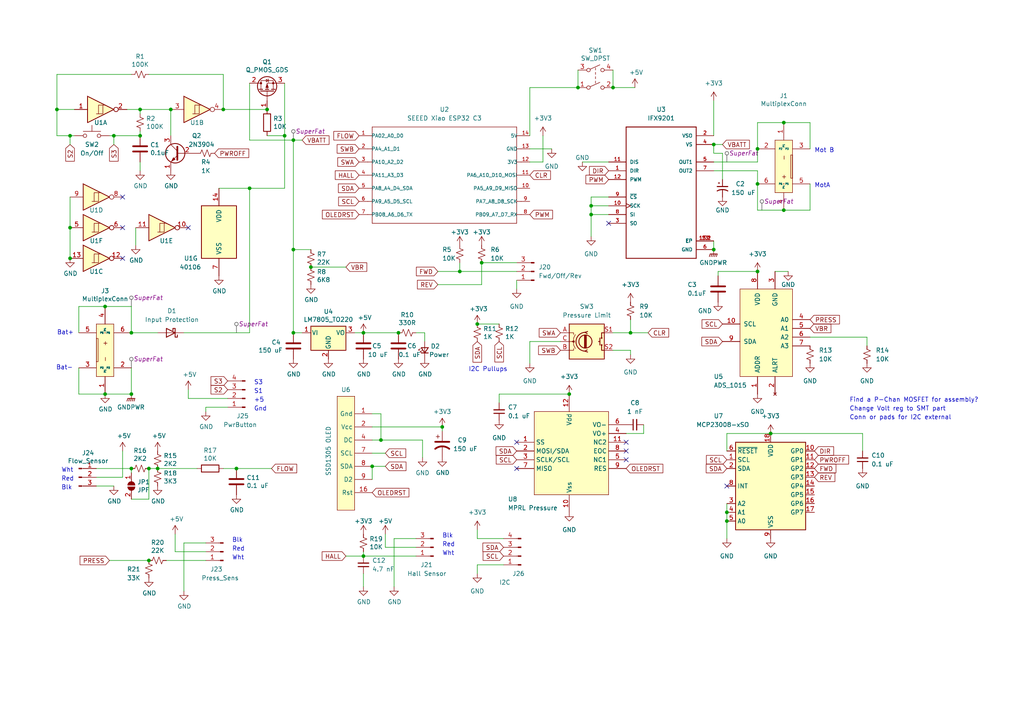
<source format=kicad_sch>
(kicad_sch (version 20230121) (generator eeschema)
  (paper "A4")
  (title_block (title "Medido Pump / Particle Argon") (date "2020-03-20") (rev "3.0") (company "DFM") (comment 3 "License: Open Source Hardware") (comment 4 "Author: D. McQueeney"))
  (junction (at 20.32 66.04))
  (junction (at 138.43 93.98))
  (junction (at 139.7 76.2))
  (junction (at 210.82 151.13))
  (junction (at 207.01 41.91))
  (junction (at 38.1 135.89))
  (junction (at 210.82 148.59))
  (junction (at 38.1 114.3))
  (junction (at 171.45 62.23))
  (junction (at 49.53 31.75))
  (junction (at 182.88 96.52))
  (junction (at 20.32 39.37))
  (junction (at 90.17 77.47))
  (junction (at 77.47 31.75))
  (junction (at 105.41 96.52))
  (junction (at 72.39 54.61))
  (junction (at 133.35 78.74))
  (junction (at 43.18 135.89))
  (junction (at 40.64 31.75))
  (junction (at 30.48 114.3))
  (junction (at 165.1 114.3))
  (junction (at 82.55 39.37))
  (junction (at 223.52 125.73))
  (junction (at 85.09 40.64))
  (junction (at 219.71 78.74))
  (junction (at 40.64 39.37))
  (junction (at 107.95 135.255))
  (junction (at 227.33 60.96))
  (junction (at 115.57 96.52))
  (junction (at 227.33 35.56))
  (junction (at 45.72 135.89))
  (junction (at 38.1 96.52))
  (junction (at 207.01 72.39))
  (junction (at 33.02 39.37))
  (junction (at 171.45 59.69))
  (junction (at 43.18 162.56))
  (junction (at 177.8 25.4))
  (junction (at 30.48 88.9))
  (junction (at 85.09 96.52))
  (junction (at 219.71 43.18))
  (junction (at 20.32 74.93))
  (junction (at 16.51 31.75))
  (junction (at 167.64 25.4))
  (junction (at 68.58 135.89))
  (junction (at 128.27 123.825))
  (junction (at 105.41 161.29))
  (junction (at 85.09 72.39))
  (junction (at 110.49 127.635))
  (junction (at 219.71 53.34))
  (junction (at 64.77 31.75))
  (no_connect (at 181.61 133.35))
  (no_connect (at 181.61 130.81))
  (no_connect (at 210.82 140.97))
  (no_connect (at 149.86 128.27))
  (no_connect (at 54.61 66.04))
  (no_connect (at 35.56 66.04))
  (no_connect (at 181.61 128.27))
  (no_connect (at 176.53 64.77))
  (no_connect (at 149.86 135.89))
  (no_connect (at 35.56 74.93))
  (no_connect (at 35.56 57.15))
  (wire (pts (xy 138.43 93.98) (xy 144.78 93.98)))
  (wire (pts (xy 234.95 35.56) (xy 227.33 35.56)))
  (wire (pts (xy 123.19 96.52) (xy 123.19 99.06)))
  (wire (pts (xy 177.8 25.4) (xy 184.15 25.4)))
  (wire (pts (xy 181.61 125.73) (xy 186.69 125.73)))
  (wire (pts (xy 144.78 114.3) (xy 144.78 116.84)))
  (wire (pts (xy 177.8 96.52) (xy 182.88 96.52)))
  (wire (pts (xy 227.33 35.56) (xy 219.71 35.56)))
  (wire (pts (xy 107.95 131.445) (xy 111.76 131.445)))
  (wire (pts (xy 102.87 96.52) (xy 105.41 96.52)))
  (wire (pts (xy 177.8 20.32) (xy 177.8 25.4)))
  (wire (pts (xy 120.65 156.21) (xy 114.3 156.21)))
  (wire (pts (xy 128.27 123.825) (xy 128.27 125.095)))
  (wire (pts (xy 85.09 96.52) (xy 87.63 96.52)))
  (wire (pts (xy 40.64 46.99) (xy 40.64 49.53)))
  (wire (pts (xy 171.45 62.23) (xy 176.53 62.23)))
  (wire (pts (xy 49.53 31.75) (xy 49.53 39.37)))
  (wire (pts (xy 107.95 123.825) (xy 128.27 123.825)))
  (wire (pts (xy 153.67 25.4) (xy 167.64 25.4)))
  (wire (pts (xy 64.77 31.75) (xy 77.47 31.75)))
  (wire (pts (xy 72.39 54.61) (xy 72.39 96.52)))
  (wire (pts (xy 22.86 88.9) (xy 30.48 88.9)))
  (wire (pts (xy 90.17 77.47) (xy 100.33 77.47)))
  (wire (pts (xy 153.67 25.4) (xy 153.67 39.37)))
  (wire (pts (xy 167.64 20.32) (xy 167.64 25.4)))
  (wire (pts (xy 210.82 151.13) (xy 210.82 156.21)))
  (wire (pts (xy 72.39 24.13) (xy 72.39 40.64)))
  (wire (pts (xy 22.86 106.68) (xy 22.86 114.3)))
  (wire (pts (xy 16.51 39.37) (xy 20.32 39.37)))
  (wire (pts (xy 120.65 158.75) (xy 111.76 158.75)))
  (wire (pts (xy 251.46 97.79) (xy 251.46 100.33)))
  (wire (pts (xy 59.69 162.56) (xy 48.26 162.56)))
  (wire (pts (xy 27.94 140.97) (xy 33.02 140.97)))
  (wire (pts (xy 100.33 161.29) (xy 105.41 161.29)))
  (wire (pts (xy 40.64 31.75) (xy 49.53 31.75)))
  (wire (pts (xy 20.32 66.04) (xy 20.32 74.93)))
  (wire (pts (xy 20.32 57.15) (xy 20.32 66.04)))
  (wire (pts (xy 54.61 113.03) (xy 54.61 115.57)))
  (wire (pts (xy 16.51 31.75) (xy 21.59 31.75)))
  (wire (pts (xy 33.02 39.37) (xy 40.64 39.37)))
  (wire (pts (xy 27.94 135.89) (xy 38.1 135.89)))
  (wire (pts (xy 63.5 54.61) (xy 72.39 54.61)))
  (wire (pts (xy 153.67 43.18) (xy 160.02 43.18)))
  (wire (pts (xy 207.01 29.21) (xy 207.01 39.37)))
  (wire (pts (xy 227.33 60.96) (xy 234.95 60.96)))
  (wire (pts (xy 82.55 24.13) (xy 82.55 39.37)))
  (wire (pts (xy 54.61 115.57) (xy 66.04 115.57)))
  (wire (pts (xy 45.72 135.89) (xy 57.15 135.89)))
  (wire (pts (xy 20.32 39.37) (xy 20.32 41.91)))
  (wire (pts (xy 16.51 31.75) (xy 16.51 39.37)))
  (wire (pts (xy 16.51 21.59) (xy 38.1 21.59)))
  (wire (pts (xy 66.04 118.11) (xy 59.69 118.11)))
  (wire (pts (xy 207.01 44.45) (xy 209.55 44.45)))
  (wire (pts (xy 50.8 160.02) (xy 50.8 154.94)))
  (wire (pts (xy 182.88 92.71) (xy 182.88 96.52)))
  (wire (pts (xy 219.71 43.18) (xy 219.71 46.99)))
  (wire (pts (xy 171.45 62.23) (xy 171.45 68.58)))
  (wire (pts (xy 110.49 127.635) (xy 122.555 127.635)))
  (wire (pts (xy 43.18 21.59) (xy 64.77 21.59)))
  (wire (pts (xy 107.95 120.015) (xy 110.49 120.015)))
  (wire (pts (xy 153.67 99.06) (xy 153.67 105.41)))
  (wire (pts (xy 64.77 135.89) (xy 68.58 135.89)))
  (wire (pts (xy 182.88 101.6) (xy 182.88 102.87)))
  (wire (pts (xy 38.1 144.78) (xy 43.18 144.78)))
  (wire (pts (xy 105.41 161.29) (xy 120.65 161.29)))
  (wire (pts (xy 210.82 146.05) (xy 210.82 148.59)))
  (wire (pts (xy 149.86 81.28) (xy 149.86 83.82)))
  (wire (pts (xy 223.52 125.73) (xy 250.19 125.73)))
  (wire (pts (xy 59.69 157.48) (xy 53.34 157.48)))
  (wire (pts (xy 138.43 166.37) (xy 138.43 163.83)))
  (wire (pts (xy 219.71 60.96) (xy 227.33 60.96)))
  (wire (pts (xy 30.48 88.9) (xy 38.1 88.9)))
  (wire (pts (xy 138.43 163.83) (xy 146.05 163.83)))
  (wire (pts (xy 219.71 53.34) (xy 219.71 60.96)))
  (wire (pts (xy 111.76 154.94) (xy 111.76 158.75)))
  (wire (pts (xy 110.49 127.635) (xy 107.95 127.635)))
  (wire (pts (xy 114.3 156.21) (xy 114.3 170.18)))
  (wire (pts (xy 31.75 162.56) (xy 43.18 162.56)))
  (wire (pts (xy 85.09 72.39) (xy 90.17 72.39)))
  (wire (pts (xy 16.51 21.59) (xy 16.51 31.75)))
  (wire (pts (xy 36.83 31.75) (xy 40.64 31.75)))
  (wire (pts (xy 122.555 127.635) (xy 122.555 132.715)))
  (wire (pts (xy 234.95 43.18) (xy 234.95 35.56)))
  (wire (pts (xy 139.7 76.2) (xy 149.86 76.2)))
  (wire (pts (xy 219.71 35.56) (xy 219.71 43.18)))
  (wire (pts (xy 59.69 160.02) (xy 50.8 160.02)))
  (wire (pts (xy 208.28 78.74) (xy 219.71 78.74)))
  (wire (pts (xy 22.86 96.52) (xy 22.86 88.9)))
  (wire (pts (xy 35.56 138.43) (xy 35.56 130.81)))
  (wire (pts (xy 250.19 125.73) (xy 250.19 130.81)))
  (wire (pts (xy 33.02 39.37) (xy 33.02 41.91)))
  (wire (pts (xy 182.88 96.52) (xy 187.96 96.52)))
  (wire (pts (xy 120.65 96.52) (xy 123.19 96.52)))
  (wire (pts (xy 171.45 57.15) (xy 171.45 59.69)))
  (wire (pts (xy 53.34 96.52) (xy 72.39 96.52)))
  (wire (pts (xy 39.37 66.04) (xy 39.37 71.12)))
  (wire (pts (xy 207.01 41.91) (xy 207.01 44.45)))
  (wire (pts (xy 219.71 49.53) (xy 219.71 53.34)))
  (wire (pts (xy 210.82 130.81) (xy 210.82 125.73)))
  (wire (pts (xy 157.48 39.37) (xy 157.48 46.99)))
  (wire (pts (xy 207.01 49.53) (xy 219.71 49.53)))
  (wire (pts (xy 207.01 46.99) (xy 219.71 46.99)))
  (wire (pts (xy 59.69 118.11) (xy 59.69 119.38)))
  (wire (pts (xy 77.47 39.37) (xy 82.55 39.37)))
  (wire (pts (xy 138.43 156.21) (xy 146.05 156.21)))
  (wire (pts (xy 162.56 99.06) (xy 153.67 99.06)))
  (wire (pts (xy 171.45 59.69) (xy 176.53 59.69)))
  (wire (pts (xy 27.94 138.43) (xy 35.56 138.43)))
  (wire (pts (xy 208.28 80.01) (xy 208.28 78.74)))
  (wire (pts (xy 38.1 114.3) (xy 38.1 106.68)))
  (wire (pts (xy 133.35 76.2) (xy 133.35 78.74)))
  (wire (pts (xy 85.09 40.64) (xy 87.63 40.64)))
  (wire (pts (xy 186.69 125.73) (xy 186.69 123.19)))
  (wire (pts (xy 20.32 39.37) (xy 21.59 39.37)))
  (wire (pts (xy 171.45 59.69) (xy 171.45 62.23)))
  (wire (pts (xy 127 78.74) (xy 133.35 78.74)))
  (wire (pts (xy 105.41 160.02) (xy 105.41 161.29)))
  (wire (pts (xy 43.18 144.78) (xy 43.18 135.89)))
  (wire (pts (xy 105.41 166.37) (xy 105.41 170.18)))
  (wire (pts (xy 64.77 21.59) (xy 64.77 31.75)))
  (wire (pts (xy 157.48 46.99) (xy 153.67 46.99)))
  (wire (pts (xy 85.09 72.39) (xy 85.09 96.52)))
  (wire (pts (xy 176.53 57.15) (xy 171.45 57.15)))
  (wire (pts (xy 68.58 135.89) (xy 78.74 135.89)))
  (wire (pts (xy 40.64 39.37) (xy 40.64 38.1)))
  (wire (pts (xy 165.1 114.3) (xy 144.78 114.3)))
  (wire (pts (xy 210.82 125.73) (xy 223.52 125.73)))
  (wire (pts (xy 43.18 135.89) (xy 45.72 135.89)))
  (wire (pts (xy 138.43 153.67) (xy 138.43 156.21)))
  (wire (pts (xy 85.09 40.64) (xy 85.09 72.39)))
  (wire (pts (xy 22.86 114.3) (xy 30.48 114.3)))
  (wire (pts (xy 224.79 78.74) (xy 228.6 78.74)))
  (wire (pts (xy 82.55 39.37) (xy 82.55 54.61)))
  (wire (pts (xy 38.1 88.9) (xy 38.1 96.52)))
  (wire (pts (xy 207.01 41.91) (xy 209.55 41.91)))
  (wire (pts (xy 127 82.55) (xy 139.7 82.55)))
  (wire (pts (xy 38.1 135.89) (xy 38.1 137.16)))
  (wire (pts (xy 30.48 114.3) (xy 38.1 114.3)))
  (wire (pts (xy 53.34 157.48) (xy 53.34 171.45)))
  (wire (pts (xy 110.49 120.015) (xy 110.49 127.635)))
  (wire (pts (xy 31.75 39.37) (xy 33.02 39.37)))
  (wire (pts (xy 139.7 82.55) (xy 139.7 76.2)))
  (wire (pts (xy 209.55 44.45) (xy 209.55 52.07)))
  (wire (pts (xy 72.39 40.64) (xy 85.09 40.64)))
  (wire (pts (xy 207.01 69.85) (xy 207.01 72.39)))
  (wire (pts (xy 38.1 96.52) (xy 45.72 96.52)))
  (wire (pts (xy 133.35 78.74) (xy 149.86 78.74)))
  (wire (pts (xy 107.95 135.255) (xy 107.95 139.065)))
  (wire (pts (xy 177.8 101.6) (xy 182.88 101.6)))
  (wire (pts (xy 210.82 148.59) (xy 210.82 151.13)))
  (wire (pts (xy 168.91 46.99) (xy 176.53 46.99)))
  (wire (pts (xy 234.95 97.79) (xy 251.46 97.79)))
  (wire (pts (xy 234.95 60.96) (xy 234.95 53.34)))
  (wire (pts (xy 105.41 96.52) (xy 115.57 96.52)))
  (wire (pts (xy 40.64 33.02) (xy 40.64 31.75)))
  (wire (pts (xy 107.95 135.255) (xy 111.76 135.255)))
  (wire (pts (xy 82.55 54.61) (xy 72.39 54.61)))
  (text "I2C Pullups" (at 135.89 107.95 0) (effects (font (size 1.27 1.27)) (justify left bottom)))
  (text "Bat+" (at 16.51 97.282 0) (effects (font (size 1.27 1.27)) (justify left bottom)))
  (text "Find a P-Chan MOSFET for assembly?" (at 246.38 116.84 0) (effects (font (size 1.27 1.27)) (justify left bottom)))
  (text "Change Volt reg to SMT part\n" (at 246.38 119.38 0) (effects (font (size 1.27 1.27)) (justify left bottom)))
  (text "Gnd" (at 73.66 119.38 0) (effects (font (size 1.27 1.27)) (justify left bottom)))
  (text "Red" (at 128.27 158.75 0) (effects (font (size 1.27 1.27)) (justify left bottom)))
  (text "MotA" (at 236.22 54.61 0) (effects (font (size 1.27 1.27)) (justify left bottom)))
  (text "Red" (at 17.78 139.7 0) (effects (font (size 1.27 1.27)) (justify left bottom)))
  (text "Conn or pads for I2C external" (at 246.38 121.92 0) (effects (font (size 1.27 1.27)) (justify left bottom)))
  (text "+5" (at 73.66 116.84 0) (effects (font (size 1.27 1.27)) (justify left bottom)))
  (text "Blk" (at 128.27 156.21 0) (effects (font (size 1.27 1.27)) (justify left bottom)))
  (text "S3" (at 73.66 111.76 0) (effects (font (size 1.27 1.27)) (justify left bottom)))
  (text "Wht" (at 67.31 162.56 0) (effects (font (size 1.27 1.27)) (justify left bottom)))
  (text "Wht" (at 128.27 161.29 0) (effects (font (size 1.27 1.27)) (justify left bottom)))
  (text "Red" (at 67.31 160.02 0) (effects (font (size 1.27 1.27)) (justify left bottom)))
  (text "Blk" (at 17.78 142.24 0) (effects (font (size 1.27 1.27)) (justify left bottom)))
  (text "Bat-" (at 16.256 107.442 0) (effects (font (size 1.27 1.27)) (justify left bottom)))
  (text "S1" (at 73.66 114.3 0) (effects (font (size 1.27 1.27)) (justify left bottom)))
  (text "Mot B" (at 236.22 44.45 0) (effects (font (size 1.27 1.27)) (justify left bottom)))
  (text "Wht" (at 17.78 137.16 0) (effects (font (size 1.27 1.27)) (justify left bottom)))
  (text "Blk" (at 67.31 157.48 0) (effects (font (size 1.27 1.27)) (justify left bottom)))
  (global_label "OLEDRST" (shape input) (at 181.61 135.89 0) (property "Intersheetrefs" "${INTERSHEET_REFS}" (effects hide)))
  (global_label "FWD" (shape input) (at 127 78.74 180) (property "Intersheetrefs" "${INTERSHEET_REFS}" (effects hide)))
  (global_label "SCL" (shape input) (at 146.05 161.29 180) (property "Intersheetrefs" "${INTERSHEET_REFS}" (effects hide)))
  (global_label "SDA" (shape input) (at 104.14 54.61 180) (property "Intersheetrefs" "${INTERSHEET_REFS}" (effects hide)))
  (global_label "SCL" (shape input) (at 104.14 58.42 180) (property "Intersheetrefs" "${INTERSHEET_REFS}" (effects hide)))
  (global_label "VBATT" (shape input) (at 209.55 41.91 0) (property "Intersheetrefs" "${INTERSHEET_REFS}" (effects hide)))
  (global_label "CLR" (shape input) (at 187.96 96.52 0) (property "Intersheetrefs" "${INTERSHEET_REFS}" (effects hide)))
  (global_label "HALL" (shape input) (at 100.33 161.29 180) (property "Intersheetrefs" "${INTERSHEET_REFS}" (effects hide)))
  (global_label "PWM" (shape input) (at 176.53 52.07 180) (property "Intersheetrefs" "${INTERSHEET_REFS}" (effects hide)))
  (global_label "REV" (shape input) (at 236.22 138.43 0) (property "Intersheetrefs" "${INTERSHEET_REFS}" (effects hide)))
  (global_label "REV" (shape input) (at 127 82.55 180) (property "Intersheetrefs" "${INTERSHEET_REFS}" (effects hide)))
  (global_label "VBR" (shape input) (at 234.95 95.25 0) (property "Intersheetrefs" "${INTERSHEET_REFS}" (effects hide)))
  (global_label "SDA" (shape input) (at 209.55 99.06 180) (property "Intersheetrefs" "${INTERSHEET_REFS}" (effects hide)))
  (global_label "SCL" (shape input) (at 111.76 131.445 0) (property "Intersheetrefs" "${INTERSHEET_REFS}" (effects hide)))
  (global_label "PRESS" (shape input) (at 31.75 162.56 180) (property "Intersheetrefs" "${INTERSHEET_REFS}" (effects hide)))
  (global_label "HALL" (shape input) (at 104.14 50.8 180) (property "Intersheetrefs" "${INTERSHEET_REFS}" (effects hide)))
  (global_label "PWROFF" (shape input) (at 62.23 44.45 0) (property "Intersheetrefs" "${INTERSHEET_REFS}" (effects hide)))
  (global_label "SWB" (shape input) (at 104.14 43.18 180) (property "Intersheetrefs" "${INTERSHEET_REFS}" (effects hide)))
  (global_label "SDA" (shape input) (at 210.82 135.89 180) (property "Intersheetrefs" "${INTERSHEET_REFS}" (effects hide)))
  (global_label "OLEDRST" (shape input) (at 107.95 142.875 0) (property "Intersheetrefs" "${INTERSHEET_REFS}" (effects hide)))
  (global_label "S2" (shape input) (at 20.32 41.91 270) (property "Intersheetrefs" "${INTERSHEET_REFS}" (effects hide)))
  (global_label "PWROFF" (shape input) (at 236.22 133.35 0) (property "Intersheetrefs" "${INTERSHEET_REFS}" (effects hide)))
  (global_label "SCL" (shape input) (at 149.86 133.35 180) (property "Intersheetrefs" "${INTERSHEET_REFS}" (effects hide)))
  (global_label "OLEDRST" (shape input) (at 104.14 62.23 180) (property "Intersheetrefs" "${INTERSHEET_REFS}" (effects hide)))
  (global_label "DIR" (shape input) (at 176.53 49.53 180) (property "Intersheetrefs" "${INTERSHEET_REFS}" (effects hide)))
  (global_label "SCL" (shape input) (at 210.82 133.35 180) (property "Intersheetrefs" "${INTERSHEET_REFS}" (effects hide)))
  (global_label "SCL" (shape input) (at 144.78 99.06 270) (property "Intersheetrefs" "${INTERSHEET_REFS}" (effects hide)))
  (global_label "SWA" (shape input) (at 162.56 96.52 180) (property "Intersheetrefs" "${INTERSHEET_REFS}" (effects hide)))
  (global_label "SDA" (shape input) (at 146.05 158.75 180) (property "Intersheetrefs" "${INTERSHEET_REFS}" (effects hide)))
  (global_label "PRESS" (shape input) (at 234.95 92.71 0) (property "Intersheetrefs" "${INTERSHEET_REFS}" (effects hide)))
  (global_label "VBR" (shape input) (at 100.33 77.47 0) (property "Intersheetrefs" "${INTERSHEET_REFS}" (effects hide)))
  (global_label "SDA" (shape input) (at 149.86 130.81 180) (property "Intersheetrefs" "${INTERSHEET_REFS}" (effects hide)))
  (global_label "PWM" (shape input) (at 153.67 62.23 0) (property "Intersheetrefs" "${INTERSHEET_REFS}" (effects hide)))
  (global_label "S2" (shape input) (at 66.04 113.03 180) (property "Intersheetrefs" "${INTERSHEET_REFS}" (effects hide)))
  (global_label "SWA" (shape input) (at 104.14 46.99 180) (property "Intersheetrefs" "${INTERSHEET_REFS}" (effects hide)))
  (global_label "DIR" (shape input) (at 236.22 130.81 0) (property "Intersheetrefs" "${INTERSHEET_REFS}" (effects hide)))
  (global_label "VBATT" (shape input) (at 87.63 40.64 0) (property "Intersheetrefs" "${INTERSHEET_REFS}" (effects hide)))
  (global_label "SDA" (shape input) (at 111.76 135.255 0) (property "Intersheetrefs" "${INTERSHEET_REFS}" (effects hide)))
  (global_label "S3" (shape input) (at 33.02 41.91 270) (property "Intersheetrefs" "${INTERSHEET_REFS}" (effects hide)))
  (global_label "FLOW" (shape input) (at 78.74 135.89 0) (property "Intersheetrefs" "${INTERSHEET_REFS}" (effects hide)))
  (global_label "SCL" (shape input) (at 209.55 93.98 180) (property "Intersheetrefs" "${INTERSHEET_REFS}" (effects hide)))
  (global_label "S3" (shape input) (at 66.04 110.49 180) (property "Intersheetrefs" "${INTERSHEET_REFS}" (effects hide)))
  (global_label "SDA" (shape input) (at 138.43 99.06 270) (property "Intersheetrefs" "${INTERSHEET_REFS}" (effects hide)))
  (global_label "FLOW" (shape input) (at 104.14 39.37 180) (property "Intersheetrefs" "${INTERSHEET_REFS}" (effects hide)))
  (global_label "CLR" (shape input) (at 153.67 50.8 0) (property "Intersheetrefs" "${INTERSHEET_REFS}" (effects hide)))
  (global_label "SWB" (shape input) (at 162.56 101.6 180) (property "Intersheetrefs" "${INTERSHEET_REFS}" (effects hide)))
  (global_label "FWD" (shape input) (at 236.22 135.89 0) (property "Intersheetrefs" "${INTERSHEET_REFS}" (effects hide)))
  (netclass_flag "" (length 2.54) (shape round) (at 220.98 60.96 0) (property "Netclass" "SuperFat" (at 221.5896 58.42 0) (effects (font italic) (justify left))))
  (netclass_flag "" (length 2.54) (shape round) (at 38.1 106.68 0) (property "Netclass" "SuperFat" (at 38.7096 104.14 0) (effects (font italic) (justify left))))
  (netclass_flag "" (length 2.54) (shape round) (at 85.09 40.64 0) (property "Netclass" "SuperFat" (at 85.6996 38.1 0) (effects (font italic) (justify left))))
  (netclass_flag "" (length 2.54) (shape round) (at 38.1 88.9 0) (property "Netclass" "SuperFat" (at 38.7096 86.36 0) (effects (font italic) (justify left))))
  (netclass_flag "" (length 2.54) (shape round) (at 68.58 96.52 0) (property "Netclass" "SuperFat" (at 69.1896 93.98 0) (effects (font italic) (justify left))))
  (netclass_flag "" (length 2.54) (shape round) (at 210.82 46.99 0) (property "Netclass" "SuperFat" (at 211.4296 44.45 0) (effects (font italic) (justify left))))
  (symbol (lib_id "Regulator_Linear:LM7805_TO220") (at 95.25 96.52 0) (unit 1)
    (property "Reference" "U4" (at 95.25 90.3732 0))
    (property "Value" "LM7805_TO220" (at 95.25 92.6846 0))
    (property "Footprint" "Package_TO_SOT_THT:TO-220-3_Vertical" (effects hide))
    (property "Datasheet" "https://www.onsemi.cn/PowerSolutions/document/MC7800-D.PDF" (effects hide))
  )
  (symbol (lib_id "MedidoPump-rescue:Conn_01x03_Male-Connector") (at 22.86 138.43 0) (unit 1)
    (property "Reference" "J24" (at 25.5524 131.3688 0))
    (property "Value" "Flow_Sensor" (at 25.5524 133.6802 0))
    (property "Footprint" "Connector_PinHeader_2.54mm:PinHeader_1x03_P2.54mm_Vertical" (effects hide))
  )
  (symbol (lib_id "MedidoPump-rescue:Conn_01x03_Male-Connector") (at 64.77 160.02 180) (unit 1)
    (property "Reference" "J23" (at 60.96 165.1 0) (effects (justify right)))
    (property "Value" "Press_Sens" (at 58.42 167.64 0) (effects (justify right)))
    (property "Footprint" "Connector_PinHeader_2.54mm:PinHeader_1x03_P2.54mm_Vertical" (effects hide))
  )
  (symbol (lib_id "power:GND") (at 95.25 104.14 0) (unit 1)
    (property "Reference" "#PWR026" (effects hide))
    (property "Value" "GND" (at 95.377 108.5342 0))
  )
  (symbol (lib_id "power:GND") (at 30.48 114.3 0) (unit 1)
    (property "Reference" "#PWR034" (effects hide))
    (property "Value" "GND" (at 30.607 118.6942 0))
  )
  (symbol (lib_id "Device:R_Small_US") (at 90.17 74.93 0) (unit 1)
    (property "Reference" "R7" (at 91.8972 73.7616 0) (effects (justify left)))
    (property "Value" "22K" (at 91.8972 76.073 0) (effects (justify left)))
    (property "Footprint" "Resistor_SMD:R_0805_2012Metric" (effects hide))
  )
  (symbol (lib_id "Device:R_Small_US") (at 90.17 80.01 0) (unit 1)
    (property "Reference" "R8" (at 91.8972 78.8416 0) (effects (justify left)))
    (property "Value" "6K8" (at 91.8972 81.153 0) (effects (justify left)))
    (property "Footprint" "Resistor_SMD:R_0805_2012Metric" (effects hide))
  )
  (symbol (lib_id "power:GND") (at 90.17 82.55 0) (unit 1)
    (property "Reference" "#PWR018" (effects hide))
    (property "Value" "GND" (at 90.297 86.9442 0))
  )
  (symbol (lib_id "Device:C") (at 85.09 100.33 0) (unit 1)
    (property "Reference" "C4" (at 78.74 99.2886 0) (effects (justify left)))
    (property "Value" "150 uF" (at 74.93 101.6 0) (effects (justify left)))
    (property "Footprint" "Capacitor_SMD:C_Elec_10x10.2" (effects hide))
  )
  (symbol (lib_id "Device:C") (at 105.41 100.33 0) (unit 1)
    (property "Reference" "C5" (at 107.95 100.33 0) (effects (justify left)))
    (property "Value" "10 uF" (at 106.68 102.87 0) (effects (justify left)))
    (property "Footprint" "Capacitor_SMD:C_Elec_10x10.2" (effects hide))
  )
  (symbol (lib_id "power:GND") (at 85.09 104.14 0) (unit 1)
    (property "Reference" "#PWR025" (effects hide))
    (property "Value" "GND" (at 85.217 108.5342 0))
  )
  (symbol (lib_id "power:GND") (at 105.41 104.14 0) (unit 1)
    (property "Reference" "#PWR027" (effects hide))
    (property "Value" "GND" (at 105.537 108.5342 0))
  )
  (symbol (lib_id "power:GND") (at 33.02 140.97 0) (unit 1)
    (property "Reference" "#PWR047" (effects hide))
    (property "Value" "GND" (at 33.147 145.3642 0))
  )
  (symbol (lib_id "Device:R_Small_US") (at 40.64 135.89 270) (unit 1)
    (property "Reference" "R16" (at 40.64 130.683 90))
    (property "Value" "2K2" (at 40.64 132.9944 90))
    (property "Footprint" "Resistor_SMD:R_0805_2012Metric" (effects hide))
  )
  (symbol (lib_id "Device:R_Small_US") (at 45.72 138.43 0) (unit 1)
    (property "Reference" "R18" (at 47.4472 137.2616 0) (effects (justify left)))
    (property "Value" "3K3" (at 47.4472 139.573 0) (effects (justify left)))
    (property "Footprint" "Resistor_SMD:R_0805_2012Metric" (effects hide))
  )
  (symbol (lib_id "power:GND") (at 45.72 140.97 0) (unit 1)
    (property "Reference" "#PWR048" (effects hide))
    (property "Value" "GND" (at 45.847 145.3642 0))
  )
  (symbol (lib_id "Device:R_Small_US") (at 45.72 133.35 0) (unit 1)
    (property "Reference" "R15" (at 47.4472 132.1816 0) (effects (justify left)))
    (property "Value" "2K2" (at 47.4472 134.493 0) (effects (justify left)))
    (property "Footprint" "Resistor_SMD:R_0805_2012Metric" (effects hide))
  )
  (symbol (lib_id "power:+5V") (at 45.72 130.81 0) (unit 1)
    (property "Reference" "#PWR043" (effects hide))
    (property "Value" "+5V" (at 46.101 126.4158 0))
  )
  (symbol (lib_id "power:+5V") (at 35.56 130.81 0) (unit 1)
    (property "Reference" "#PWR042" (effects hide))
    (property "Value" "+5V" (at 35.941 126.4158 0))
  )
  (symbol (lib_id "power:+5V") (at 50.8 154.94 0) (unit 1)
    (property "Reference" "#PWR052" (effects hide))
    (property "Value" "+5V" (at 51.181 150.5458 0))
  )
  (symbol (lib_id "power:GND") (at 53.34 171.45 0) (unit 1)
    (property "Reference" "#PWR061" (effects hide))
    (property "Value" "GND" (at 53.467 175.8442 0))
  )
  (symbol (lib_id "Device:R_Small_US") (at 45.72 162.56 270) (unit 1)
    (property "Reference" "R20" (at 45.72 157.353 90))
    (property "Value" "22K" (at 45.72 159.6644 90))
    (property "Footprint" "Resistor_SMD:R_0805_2012Metric" (effects hide))
  )
  (symbol (lib_id "Device:R_Small_US") (at 43.18 165.1 0) (unit 1)
    (property "Reference" "R21" (at 36.83 165.1 0) (effects (justify left)))
    (property "Value" "33K" (at 36.83 167.64 0) (effects (justify left)))
    (property "Footprint" "Resistor_SMD:R_0805_2012Metric" (effects hide))
  )
  (symbol (lib_id "power:GND") (at 43.18 167.64 0) (unit 1)
    (property "Reference" "#PWR058" (effects hide))
    (property "Value" "GND" (at 43.307 172.0342 0))
  )
  (symbol (lib_id "power:GND") (at 128.27 132.715 0) (unit 1)
    (property "Reference" "#PWR045" (effects hide))
    (property "Value" "GND" (at 128.397 137.1092 0))
  )
  (symbol (lib_id "MedidoPump-rescue:CP1-Device") (at 128.27 128.905 0) (unit 1)
    (property "Reference" "C9" (at 132.715 127.635 0) (effects (justify left)))
    (property "Value" "150 uF" (at 131.445 130.175 0) (effects (justify left)))
    (property "Footprint" "Capacitor_SMD:C_Elec_10x10.2" (effects hide))
  )
  (symbol (lib_id "power:+5V") (at 105.41 96.52 0) (unit 1)
    (property "Reference" "#PWR023" (effects hide))
    (property "Value" "+5V" (at 105.791 92.1258 0))
  )
  (symbol (lib_id "medido:MultiplexConn") (at 227.33 48.26 90) (unit 1)
    (property "Reference" "J1" (at 227.33 27.7876 90))
    (property "Value" "MultiplexConn" (at 227.33 30.099 90))
    (property "Footprint" "MedidoFootprints:MultiplexConn" (effects hide))
  )
  (symbol (lib_id "medido:MultiplexConn") (at 30.48 101.6 270) (unit 1)
    (property "Reference" "J3" (at 30.48 84.3788 90))
    (property "Value" "MultiplexConn" (at 30.48 86.6902 90))
    (property "Footprint" "MedidoFootprints:MultiplexConn" (effects hide))
  )
  (symbol (lib_id "MedidoPump-rescue:Conn_01x04_Male-Connector") (at 71.12 115.57 180) (unit 1)
    (property "Reference" "J25" (at 68.58 120.65 0) (effects (justify right)))
    (property "Value" "PwrButton" (at 64.77 123.19 0) (effects (justify right)))
    (property "Footprint" "Connector_PinHeader_2.54mm:PinHeader_1x04_P2.54mm_Vertical" (effects hide))
  )
  (symbol (lib_id "power:GND") (at 59.69 119.38 0) (unit 1)
    (property "Reference" "#PWR038" (effects hide))
    (property "Value" "GND" (at 59.817 123.7742 0))
  )
  (symbol (lib_id "power:+5V") (at 54.61 113.03 0) (unit 1)
    (property "Reference" "#PWR033" (effects hide))
    (property "Value" "+5V" (at 54.991 108.6358 0))
  )
  (symbol (lib_id "Switch:SW_DPST") (at 172.72 22.86 0) (unit 1)
    (property "Reference" "SW1" (at 172.72 14.605 0))
    (property "Value" "SW_DPST" (at 172.72 16.9164 0))
    (property "Footprint" "MedidoFootprints:SmallSlider" (effects hide))
  )
  (symbol (lib_id "Device:C") (at 115.57 100.33 0) (unit 1)
    (property "Reference" "C6" (at 118.11 100.33 0) (effects (justify left)))
    (property "Value" "0.1 uF" (at 115.57 102.87 0) (effects (justify left)))
    (property "Footprint" "Capacitor_SMD:C_0402_1005Metric" (effects hide))
  )
  (symbol (lib_id "power:GND") (at 115.57 104.14 0) (unit 1)
    (property "Reference" "#PWR028" (effects hide))
    (property "Value" "GND" (at 115.697 108.5342 0))
  )
  (symbol (lib_id "Device:R_Small_US") (at 40.64 35.56 0) (unit 1)
    (property "Reference" "R2" (at 42.3672 34.3916 0) (effects (justify left)))
    (property "Value" "100K" (at 42.3672 36.703 0) (effects (justify left)))
    (property "Footprint" "Resistor_SMD:R_0805_2012Metric" (effects hide))
  )
  (symbol (lib_id "Device:C") (at 40.64 43.18 0) (unit 1)
    (property "Reference" "C1" (at 43.561 42.0116 0) (effects (justify left)))
    (property "Value" "0.1uF" (at 43.561 44.323 0) (effects (justify left)))
    (property "Footprint" "Capacitor_SMD:C_0805_2012Metric" (effects hide))
  )
  (symbol (lib_id "power:GND") (at 40.64 49.53 0) (unit 1)
    (property "Reference" "#PWR06" (effects hide))
    (property "Value" "GND" (at 40.767 53.9242 0))
  )
  (symbol (lib_id "Jumper:SolderJumper_2_Open") (at 38.1 140.97 270) (unit 1)
    (property "Reference" "JP1" (at 39.8272 139.8016 90) (effects (justify left)))
    (property "Value" "JPF" (at 39.8272 142.113 90) (effects (justify left)))
    (property "Footprint" "Jumper:SolderJumper-2_P1.3mm_Open_RoundedPad1.0x1.5mm" (effects hide))
  )
  (symbol (lib_id "power:GND") (at 20.32 74.93 0) (unit 1)
    (property "Reference" "#PWR014" (effects hide))
    (property "Value" "GND" (at 20.447 79.3242 0))
  )
  (symbol (lib_id "power:GND") (at 39.37 71.12 0) (unit 1)
    (property "Reference" "#PWR010" (effects hide))
    (property "Value" "GND" (at 39.497 75.5142 0))
  )
  (symbol (lib_id "Device:R_Small_US") (at 40.64 21.59 270) (unit 1)
    (property "Reference" "R1" (at 40.64 16.383 90))
    (property "Value" "100K" (at 40.64 18.6944 90))
    (property "Footprint" "Resistor_SMD:R_0805_2012Metric" (effects hide))
  )
  (symbol (lib_id "Switch:SW_Push") (at 26.67 39.37 0) (unit 1)
    (property "Reference" "SW2" (at 26.67 41.91 0))
    (property "Value" "On/Off" (at 26.67 44.45 0))
    (property "Footprint" "Button_Switch_THT:SW_PUSH_6mm" (effects hide))
  )
  (symbol (lib_id "Device:Q_NPN_EBC") (at 52.07 44.45 0) (mirror y) (unit 1)
    (property "Reference" "Q2" (at 58.42 39.37 0) (effects (justify left)))
    (property "Value" "2N3904" (at 62.23 41.91 0) (effects (justify left)))
    (property "Footprint" "Package_TO_SOT_THT:TO-126-3_Vertical" (effects hide))
  )
  (symbol (lib_id "power:GND") (at 49.53 49.53 0) (unit 1)
    (property "Reference" "#PWR07" (effects hide))
    (property "Value" "GND" (at 49.657 53.9242 0))
  )
  (symbol (lib_id "Device:R_Small_US") (at 59.69 44.45 90) (unit 1)
    (property "Reference" "R4" (at 59.69 46.99 90))
    (property "Value" "1K" (at 59.69 49.53 90))
    (property "Footprint" "Resistor_SMD:R_0805_2012Metric" (effects hide))
  )
  (symbol (lib_id "Device:Q_PMOS_GDS") (at 77.47 26.67 90) (unit 1)
    (property "Reference" "Q1" (at 77.47 17.9578 90))
    (property "Value" "Q_PMOS_GDS" (at 77.47 20.2692 90))
    (property "Footprint" "Package_TO_SOT_THT:TO-220-3_Vertical" (effects hide))
  )
  (symbol (lib_id "power:+5V") (at 184.15 25.4 0) (unit 1)
    (property "Reference" "#PWR01" (effects hide))
    (property "Value" "+5V" (at 184.531 21.0058 0))
  )
  (symbol (lib_id "power:GND") (at 63.5 80.01 0) (unit 1)
    (property "Reference" "#PWR017" (effects hide))
    (property "Value" "GND" (at 63.627 84.4042 0))
  )
  (symbol (lib_id "Device:LED_Small") (at 123.19 101.6 90) (unit 1)
    (property "Reference" "D2" (at 124.9172 100.4316 90) (effects (justify right)))
    (property "Value" "Power" (at 124.46 102.87 90) (effects (justify right)))
    (property "Footprint" "LED_SMD:LED_0805_2012Metric" (effects hide))
  )
  (symbol (lib_id "Device:R_Small_US") (at 118.11 96.52 270) (unit 1)
    (property "Reference" "R10" (at 118.11 91.313 90))
    (property "Value" "330R" (at 118.11 93.6244 90))
    (property "Footprint" "Resistor_SMD:R_0805_2012Metric" (effects hide))
  )
  (symbol (lib_id "power:GND") (at 123.19 104.14 0) (unit 1)
    (property "Reference" "#PWR029" (effects hide))
    (property "Value" "GND" (at 123.317 108.5342 0))
  )
  (symbol (lib_id "Device:R_Small_US") (at 138.43 96.52 0) (unit 1)
    (property "Reference" "R11" (at 140.1572 95.3516 0) (effects (justify left)))
    (property "Value" "1K" (at 140.1572 97.663 0) (effects (justify left)))
    (property "Footprint" "Resistor_SMD:R_0805_2012Metric" (effects hide))
  )
  (symbol (lib_id "Device:R_Small_US") (at 144.78 96.52 0) (unit 1)
    (property "Reference" "R12" (at 146.5072 95.3516 0) (effects (justify left)))
    (property "Value" "1K" (at 146.5072 97.663 0) (effects (justify left)))
    (property "Footprint" "Resistor_SMD:R_0805_2012Metric" (effects hide))
  )
  (symbol (lib_id "power:+3V3") (at 138.43 93.98 0) (unit 1)
    (property "Reference" "#PWR022" (effects hide))
    (property "Value" "+3V3" (at 138.811 89.5858 0))
  )
  (symbol (lib_id "Device:R") (at 60.96 135.89 270) (unit 1)
    (property "Reference" "R17" (at 60.96 130.6322 90))
    (property "Value" "10K" (at 60.96 132.9436 90))
    (property "Footprint" "Resistor_SMD:R_0805_2012Metric" (effects hide))
  )
  (symbol (lib_id "Device:C") (at 68.58 139.7 0) (unit 1)
    (property "Reference" "C11" (at 71.501 138.5316 0) (effects (justify left)))
    (property "Value" "0.1 uF" (at 71.501 140.843 0) (effects (justify left)))
    (property "Footprint" "Capacitor_SMD:C_0402_1005Metric" (effects hide))
  )
  (symbol (lib_id "Device:R") (at 77.47 35.56 0) (unit 1)
    (property "Reference" "R3" (at 79.248 34.3916 0) (effects (justify left)))
    (property "Value" "10K" (at 79.248 36.703 0) (effects (justify left)))
    (property "Footprint" "Resistor_SMD:R_0805_2012Metric" (effects hide))
  )
  (symbol (lib_id "power:GND") (at 68.58 143.51 0) (unit 1)
    (property "Reference" "#PWR049" (effects hide))
    (property "Value" "GND" (at 68.707 147.9042 0))
  )
  (symbol (lib_id "power:GND") (at 138.43 166.37 0) (unit 1)
    (property "Reference" "#PWR057" (effects hide))
    (property "Value" "GND" (at 138.43 171.45 0))
  )
  (symbol (lib_id "4xxx:40106") (at 57.15 31.75 0) (unit 2)
    (property "Reference" "U1" (at 57.15 35.56 0))
    (property "Value" "40106" (effects hide))
    (property "Footprint" "Package_SO:SOIC-14_3.9x8.7mm_P1.27mm" (effects hide))
    (property "Datasheet" "https://assets.nexperia.com/documents/data-sheet/HEF40106B.pdf" (effects hide))
    (property "LCSC" "C38184" (effects hide))
  )
  (symbol (lib_id "4xxx:40106") (at 27.94 66.04 0) (unit 3)
    (property "Reference" "U1" (at 27.94 78.74 0))
    (property "Value" "40106" (effects hide))
    (property "Footprint" "Package_SO:SOIC-14_3.9x8.7mm_P1.27mm" (effects hide))
    (property "Datasheet" "https://assets.nexperia.com/documents/data-sheet/HEF40106B.pdf" (effects hide))
    (property "LCSC" "C38184" (effects hide))
  )
  (symbol (lib_id "power:+3V3") (at 133.35 71.12 0) (unit 1)
    (property "Reference" "#PWR011" (effects hide))
    (property "Value" "+3V3" (at 133.35 67.31 0))
  )
  (symbol (lib_id "power:GNDPWR") (at 38.1 114.3 0) (unit 1)
    (property "Reference" "#PWR035" (effects hide))
    (property "Value" "GNDPWR" (at 37.973 118.11 0))
  )
  (symbol (lib_id "power:+3V3") (at 105.41 154.94 0) (unit 1)
    (property "Reference" "#PWR053" (effects hide))
    (property "Value" "+3V3" (at 105.41 151.13 0))
  )
  (symbol (lib_id "power:GND") (at 234.95 105.41 0) (unit 1)
    (property "Reference" "#PWR031" (effects hide))
    (property "Value" "GND" (at 234.95 110.49 0))
  )
  (symbol (lib_id "medido:ADS_1015") (at 222.25 96.52 0) (unit 1)
    (property "Reference" "U5" (at 207.01 109.22 0) (effects (justify left)))
    (property "Value" "ADS_1015" (at 207.01 111.76 0) (effects (justify left)))
    (property "Footprint" "Package_SO:VSSOP-10_3x3mm_P0.5mm" (effects hide))
    (property "LCSC" "C701606" (effects hide))
  )
  (symbol (lib_id "power:GND") (at 144.78 121.92 0) (unit 1)
    (property "Reference" "#PWR039" (effects hide))
    (property "Value" "GND" (at 144.78 127 0))
  )
  (symbol (lib_id "Device:R_Small_US") (at 133.35 73.66 0) (unit 1)
    (property "Reference" "R5" (at 128.27 72.39 0) (effects (justify left)))
    (property "Value" "10K" (at 128.27 74.93 0) (effects (justify left)))
    (property "Footprint" "Resistor_SMD:R_0805_2012Metric" (effects hide))
  )
  (symbol (lib_id "power:GND") (at 250.19 135.89 0) (unit 1)
    (property "Reference" "#PWR046" (effects hide))
    (property "Value" "GND" (at 250.19 140.97 0))
  )
  (symbol (lib_id "power:GND") (at 171.45 68.58 0) (unit 1)
    (property "Reference" "#PWR09" (effects hide))
    (property "Value" "GND" (at 171.45 73.66 0))
  )
  (symbol (lib_id "power:GND") (at 251.46 105.41 0) (unit 1)
    (property "Reference" "#PWR032" (effects hide))
    (property "Value" "GND" (at 251.46 110.49 0))
  )
  (symbol (lib_id "power:GND") (at 208.28 87.63 0) (unit 1)
    (property "Reference" "#PWR021" (effects hide))
    (property "Value" "GND" (at 204.47 90.17 0))
  )
  (symbol (lib_id "power:GND") (at 209.55 57.15 0) (unit 1)
    (property "Reference" "#PWR08" (effects hide))
    (property "Value" "GND" (at 209.55 60.96 0))
  )
  (symbol (lib_id "power:+3V3") (at 157.48 39.37 0) (unit 1)
    (property "Reference" "#PWR03" (effects hide))
    (property "Value" "+3V3" (at 157.48 34.29 0))
  )
  (symbol (lib_id "power:GND") (at 223.52 156.21 0) (unit 1)
    (property "Reference" "#PWR056" (effects hide))
    (property "Value" "GND" (at 223.52 161.29 0))
  )
  (symbol (lib_id "medido:HoneywellMPRL") (at 162.56 144.78 0) (unit 1)
    (property "Reference" "U8" (at 147.32 144.78 0) (effects (justify left)))
    (property "Value" "MPRL Pressure" (at 147.32 147.32 0) (effects (justify left)))
    (property "Footprint" "MedidoFootprints:HoneywellMPRL" (effects hide))
  )
  (symbol (lib_id "Device:R_Small_US") (at 251.46 102.87 0) (unit 1)
    (property "Reference" "R14" (at 254 101.6 0) (effects (justify left)))
    (property "Value" "10K" (at 254 104.14 0) (effects (justify left)))
    (property "Footprint" "Resistor_SMD:R_0805_2012Metric" (effects hide))
  )
  (symbol (lib_id "Device:R_Small_US") (at 139.7 73.66 0) (unit 1)
    (property "Reference" "R6" (at 142.24 72.39 0) (effects (justify left)))
    (property "Value" "10K" (at 142.24 74.93 0) (effects (justify left)))
    (property "Footprint" "Resistor_SMD:R_0805_2012Metric" (effects hide))
  )
  (symbol (lib_id "power:GND") (at 149.86 83.82 0) (unit 1)
    (property "Reference" "#PWR019" (effects hide))
    (property "Value" "GND" (at 149.86 88.9 0))
  )
  (symbol (lib_id "power:+3V3") (at 138.43 153.67 0) (unit 1)
    (property "Reference" "#PWR051" (effects hide))
    (property "Value" "+3V3" (at 138.43 148.59 0))
  )
  (symbol (lib_id "power:GND") (at 153.67 105.41 0) (unit 1)
    (property "Reference" "#PWR030" (effects hide))
    (property "Value" "GND" (at 153.67 110.49 0))
  )
  (symbol (lib_id "4xxx:40106") (at 63.5 67.31 0) (unit 7)
    (property "Reference" "U1" (at 53.34 74.93 0) (effects (justify left)))
    (property "Value" "40106" (at 52.07 77.47 0) (effects (justify left)))
    (property "Footprint" "Package_SO:SOIC-14_3.9x8.7mm_P1.27mm" (effects hide))
    (property "Datasheet" "https://assets.nexperia.com/documents/data-sheet/HEF40106B.pdf" (effects hide))
    (property "LCSC" "C38184" (effects hide))
  )
  (symbol (lib_id "NewMC-rescue:IFX9201SGAUMA1-medido2") (at 191.77 57.15 0) (unit 1)
    (property "Reference" "U3" (at 191.77 31.75 0))
    (property "Value" "IFX9201" (at 191.77 34.29 0))
    (property "Footprint" "MedidoFootprints:CONV_IFX9201SGAUMA1" (effects hide))
    (property "Datasheet" "Manufacturer Recommendations" (effects hide))
    (property "Field4" "1.1" (effects hide))
    (property "Field5" "INFINEON" (effects hide))
  )
  (symbol (lib_id "power:+3V3") (at 128.27 123.825 0) (unit 1)
    (property "Reference" "#PWR040" (effects hide))
    (property "Value" "+3V3" (at 128.27 119.38 0))
  )
  (symbol (lib_id "power:GND") (at 219.71 114.3 0) (unit 1)
    (property "Reference" "#PWR037" (effects hide))
    (property "Value" "GND" (at 219.71 119.38 0))
  )
  (symbol (lib_id "Device:C_Polarized_Small_US") (at 209.55 54.61 0) (unit 1)
    (property "Reference" "C2" (at 213.36 53.34 0) (effects (justify left)))
    (property "Value" "150 uF" (at 212.09 55.88 0) (effects (justify left)))
    (property "Footprint" "Capacitor_SMD:C_Elec_10x10.2" (effects hide))
  )
  (symbol (lib_id "Device:C_Small") (at 250.19 133.35 180) (unit 1)
    (property "Reference" "C10" (at 252.73 132.0736 0) (effects (justify right)))
    (property "Value" "0.1 uF" (at 252.73 134.6136 0) (effects (justify right)))
    (property "Footprint" "Capacitor_SMD:C_0402_1005Metric" (effects hide))
  )
  (symbol (lib_id "power:GND") (at 168.91 46.99 0) (unit 1)
    (property "Reference" "#PWR05" (effects hide))
    (property "Value" "GND" (at 168.91 45.72 0))
  )
  (symbol (lib_id "power:GND") (at 122.555 132.715 0) (unit 1)
    (property "Reference" "#PWR044" (effects hide))
    (property "Value" "GND" (at 122.555 137.16 0))
  )
  (symbol (lib_id "medido:SSD1305_OLED") (at 105.41 127.635 270) (unit 1)
    (property "Reference" "U6" (at 100.33 113.03 90))
    (property "Value" "SSD1305 OLED" (at 95.25 130.81 0))
    (property "Footprint" "MedidoFootprints:SSD1305_OLED" (effects hide))
  )
  (symbol (lib_id "Interface_Expansion:MCP23008-xSO") (at 223.52 140.97 0) (unit 1)
    (property "Reference" "U7" (at 207.01 120.65 0) (effects (justify left)))
    (property "Value" "MCP23008-xSO" (at 201.93 123.19 0) (effects (justify left)))
    (property "Footprint" "Package_SO:SOIC-18W_7.5x11.6mm_P1.27mm" (effects hide))
    (property "Datasheet" "http://ww1.microchip.com/downloads/en/DeviceDoc/MCP23008-MCP23S08-Data-Sheet-20001919F.pdf" (effects hide))
    (property "LCSC" "C92253" (effects hide))
  )
  (symbol (lib_id "Connector:Conn_01x03_Pin") (at 154.94 78.74 180) (unit 1)
    (property "Reference" "J20" (at 156.21 77.47 0) (effects (justify right)))
    (property "Value" "Fwd/Off/Rev" (at 156.21 80.01 0) (effects (justify right)))
    (property "Footprint" "Connector_PinHeader_2.54mm:PinHeader_1x03_P2.54mm_Vertical" (effects hide))
  )
  (symbol (lib_id "power:+3V3") (at 207.01 29.21 0) (unit 1)
    (property "Reference" "#PWR02" (effects hide))
    (property "Value" "+3V3" (at 207.01 24.13 0))
  )
  (symbol (lib_id "power:GND") (at 165.1 148.59 0) (unit 1)
    (property "Reference" "#PWR050" (effects hide))
    (property "Value" "GND" (at 165.1 153.67 0))
  )
  (symbol (lib_id "Device:R_Small_US") (at 182.88 90.17 0) (unit 1)
    (property "Reference" "R9" (at 185.42 88.9 0) (effects (justify left)))
    (property "Value" "10K" (at 185.42 91.44 0) (effects (justify left)))
    (property "Footprint" "Resistor_SMD:R_0805_2012Metric" (effects hide))
  )
  (symbol (lib_id "power:GND") (at 105.41 170.18 0) (unit 1)
    (property "Reference" "#PWR059" (effects hide))
    (property "Value" "GND" (at 105.537 174.5742 0))
  )
  (symbol (lib_id "power:GND") (at 210.82 156.21 0) (unit 1)
    (property "Reference" "#PWR055" (effects hide))
    (property "Value" "GND" (at 210.82 161.29 0))
  )
  (symbol (lib_id "power:GND") (at 182.88 102.87 0) (unit 1)
    (property "Reference" "#PWR024" (effects hide))
    (property "Value" "GND" (at 182.88 107.95 0))
  )
  (symbol (lib_id "power:+3V3") (at 182.88 87.63 0) (unit 1)
    (property "Reference" "#PWR020" (effects hide))
    (property "Value" "+3V3" (at 182.88 82.55 0))
  )
  (symbol (lib_id "power:GNDPWR") (at 207.01 72.39 0) (unit 1)
    (property "Reference" "#PWR013" (effects hide))
    (property "Value" "GNDPWR" (at 206.883 76.2 0))
  )
  (symbol (lib_id "Device:R_Small_US") (at 234.95 102.87 0) (unit 1)
    (property "Reference" "R13" (at 237.49 101.6 0) (effects (justify left)))
    (property "Value" "10K" (at 237.49 104.14 0) (effects (justify left)))
    (property "Footprint" "Resistor_SMD:R_0805_2012Metric" (effects hide))
  )
  (symbol (lib_id "MedidoPump-rescue:Conn_01x03_Male-Connector") (at 125.73 158.75 180) (unit 1)
    (property "Reference" "J21" (at 121.92 163.83 0) (effects (justify right)))
    (property "Value" "Hall Sensor" (at 118.11 166.37 0) (effects (justify right)))
    (property "Footprint" "Connector_PinHeader_2.54mm:PinHeader_1x03_P2.54mm_Vertical" (effects hide))
  )
  (symbol (lib_id "4xxx:40106") (at 27.94 74.93 0) (unit 6)
    (property "Reference" "U1" (at 27.94 69.85 0))
    (property "Value" "40106" (effects hide))
    (property "Footprint" "Package_SO:SOIC-14_3.9x8.7mm_P1.27mm" (effects hide))
    (property "Datasheet" "https://assets.nexperia.com/documents/data-sheet/HEF40106B.pdf" (effects hide))
    (property "LCSC" "C38184" (effects hide))
  )
  (symbol (lib_id "Device:D_Schottky") (at 49.53 96.52 180) (unit 1)
    (property "Reference" "D1" (at 49.8475 90.17 0))
    (property "Value" "Input Protection" (at 49.8475 92.71 0))
    (property "Footprint" "Diode_THT:D_5W_P12.70mm_Horizontal" (effects hide))
  )
  (symbol (lib_id "AviatorTx:MOUDLE-SEEEDUINO-XIAO") (at 129.54 50.8 0) (unit 1)
    (property "Reference" "U2" (at 128.905 31.75 0))
    (property "Value" "SEEED Xiao ESP32 C3" (at 128.905 34.29 0))
    (property "Footprint" "Aviator:SeeedS3" (effects hide))
  )
  (symbol (lib_id "power:+3V3") (at 223.52 125.73 0) (unit 1)
    (property "Reference" "#PWR041" (effects hide))
    (property "Value" "+3V3" (at 223.52 120.65 0))
  )
  (symbol (lib_id "power:GND") (at 228.6 78.74 0) (unit 1)
    (property "Reference" "#PWR016" (effects hide))
    (property "Value" "GND" (at 228.6 82.55 0))
  )
  (symbol (lib_id "Device:RotaryEncoder_Switch") (at 170.18 99.06 0) (unit 1)
    (property "Reference" "SW3" (at 170.18 88.9 0))
    (property "Value" "Pressure Limit" (at 170.18 91.44 0))
    (property "Footprint" "Rotary_Encoder:RotaryEncoder_Bourns_Vertical_PEC12R-3x17F-Sxxxx" (effects hide))
  )
  (symbol (lib_id "MedidoPump-rescue:Conn_01x04_Male-Connector") (at 151.13 161.29 180) (unit 1)
    (property "Reference" "J26" (at 148.59 166.37 0) (effects (justify right)))
    (property "Value" "I2C" (at 144.78 168.91 0) (effects (justify right)))
    (property "Footprint" "Connector_PinHeader_2.54mm:PinHeader_1x04_P2.54mm_Vertical" (effects hide))
  )
  (symbol (lib_id "power:+3V3") (at 165.1 114.3 0) (unit 1)
    (property "Reference" "#PWR036" (effects hide))
    (property "Value" "+3V3" (at 165.1 109.22 0))
  )
  (symbol (lib_id "4xxx:40106") (at 27.94 57.15 0) (unit 4)
    (property "Reference" "U1" (at 27.94 60.96 0))
    (property "Value" "40106" (effects hide))
    (property "Footprint" "Package_SO:SOIC-14_3.9x8.7mm_P1.27mm" (effects hide))
    (property "Datasheet" "https://assets.nexperia.com/documents/data-sheet/HEF40106B.pdf" (effects hide))
    (property "LCSC" "C38184" (effects hide))
  )
  (symbol (lib_id "power:GND") (at 114.3 170.18 0) (unit 1)
    (property "Reference" "#PWR060" (effects hide))
    (property "Value" "GND" (at 114.427 174.5742 0))
  )
  (symbol (lib_id "4xxx:40106") (at 29.21 31.75 0) (unit 1)
    (property "Reference" "U1" (at 29.21 35.56 0))
    (property "Value" "40106" (effects hide))
    (property "Footprint" "Package_SO:SOIC-14_3.9x8.7mm_P1.27mm" (effects hide))
    (property "Datasheet" "https://assets.nexperia.com/documents/data-sheet/HEF40106B.pdf" (effects hide))
    (property "LCSC" "C38184" (effects hide))
  )
  (symbol (lib_id "power:+3V3") (at 219.71 78.74 0) (unit 1)
    (property "Reference" "#PWR015" (effects hide))
    (property "Value" "+3V3" (at 219.71 73.66 0))
  )
  (symbol (lib_id "Device:R_Small_US") (at 105.41 157.48 0) (unit 1)
    (property "Reference" "R19" (at 107.1372 156.3116 0) (effects (justify left)))
    (property "Value" "10K" (at 107.1372 158.623 0) (effects (justify left)))
    (property "Footprint" "Resistor_SMD:R_0805_2012Metric" (effects hide))
  )
  (symbol (lib_id "power:+3V3") (at 139.7 71.12 0) (unit 1)
    (property "Reference" "#PWR012" (effects hide))
    (property "Value" "+3V3" (at 139.7 67.31 0))
  )
  (symbol (lib_id "Device:C") (at 208.28 83.82 0) (unit 1)
    (property "Reference" "C3" (at 199.39 82.55 0) (effects (justify left)))
    (property "Value" "0.1uF" (at 199.39 85.09 0) (effects (justify left)))
    (property "Footprint" "Capacitor_SMD:C_0805_2012Metric" (effects hide))
  )
  (symbol (lib_id "power:+5V") (at 111.76 154.94 0) (unit 1)
    (property "Reference" "#PWR054" (effects hide))
    (property "Value" "+5V" (at 111.76 151.13 0))
  )
  (symbol (lib_id "Device:C_Small") (at 184.15 123.19 90) (unit 1)
    (property "Reference" "C8" (at 184.1563 116.84 90))
    (property "Value" "1 nF" (at 184.1563 119.38 90))
    (property "Footprint" "Capacitor_SMD:C_0805_2012Metric" (effects hide))
  )
  (symbol (lib_id "Device:C_Small") (at 144.78 119.38 180) (unit 1)
    (property "Reference" "C7" (at 147.32 118.1036 0) (effects (justify right)))
    (property "Value" "0.1 uF" (at 147.32 120.6436 0) (effects (justify right)))
    (property "Footprint" "Capacitor_SMD:C_0402_1005Metric" (effects hide))
  )
  (symbol (lib_id "4xxx:40106") (at 46.99 66.04 0) (unit 5)
    (property "Reference" "U1" (at 48.26 69.85 0))
    (property "Value" "40106" (effects hide))
    (property "Footprint" "Package_SO:SOIC-14_3.9x8.7mm_P1.27mm" (effects hide))
    (property "Datasheet" "https://assets.nexperia.com/documents/data-sheet/HEF40106B.pdf" (effects hide))
    (property "LCSC" "C38184" (effects hide))
  )
  (symbol (lib_id "power:GND") (at 160.02 43.18 0) (unit 1)
    (property "Reference" "#PWR04" (effects hide))
    (property "Value" "GND" (at 160.02 48.26 0))
  )
  (symbol (lib_id "Device:C_Small") (at 105.41 163.83 180) (unit 1)
    (property "Reference" "C12" (at 107.95 162.5536 0) (effects (justify right)))
    (property "Value" "4.7 nF" (at 107.95 165.0936 0) (effects (justify right)))
    (property "Footprint" "Capacitor_SMD:C_0805_2012Metric" (effects hide))
  )
)
</source>
